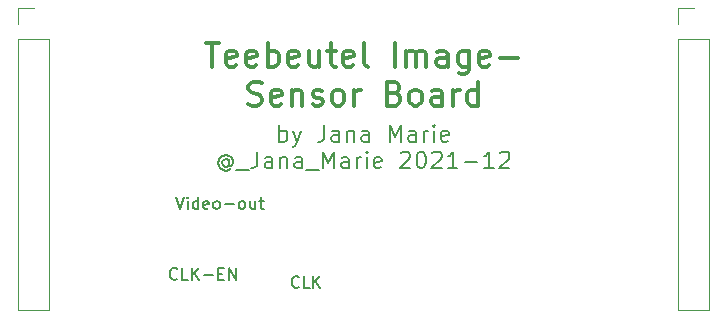
<source format=gto>
G04 #@! TF.GenerationSoftware,KiCad,Pcbnew,5.1.5+dfsg1-2build2*
G04 #@! TF.CreationDate,2021-12-17T15:29:28+01:00*
G04 #@! TF.ProjectId,teebeutel_thermal_addon,74656562-6575-4746-956c-5f746865726d,rev?*
G04 #@! TF.SameCoordinates,Original*
G04 #@! TF.FileFunction,Legend,Top*
G04 #@! TF.FilePolarity,Positive*
%FSLAX46Y46*%
G04 Gerber Fmt 4.6, Leading zero omitted, Abs format (unit mm)*
G04 Created by KiCad (PCBNEW 5.1.5+dfsg1-2build2) date 2021-12-17 15:29:28*
%MOMM*%
%LPD*%
G04 APERTURE LIST*
%ADD10C,0.150000*%
%ADD11C,0.300000*%
%ADD12C,0.120000*%
G04 APERTURE END LIST*
D10*
X92866666Y-89958333D02*
X92866666Y-88558333D01*
X92866666Y-89091666D02*
X93000000Y-89025000D01*
X93266666Y-89025000D01*
X93400000Y-89091666D01*
X93466666Y-89158333D01*
X93533333Y-89291666D01*
X93533333Y-89691666D01*
X93466666Y-89825000D01*
X93400000Y-89891666D01*
X93266666Y-89958333D01*
X93000000Y-89958333D01*
X92866666Y-89891666D01*
X94000000Y-89025000D02*
X94333333Y-89958333D01*
X94666666Y-89025000D02*
X94333333Y-89958333D01*
X94200000Y-90291666D01*
X94133333Y-90358333D01*
X94000000Y-90425000D01*
X96666666Y-88558333D02*
X96666666Y-89558333D01*
X96600000Y-89758333D01*
X96466666Y-89891666D01*
X96266666Y-89958333D01*
X96133333Y-89958333D01*
X97933333Y-89958333D02*
X97933333Y-89225000D01*
X97866666Y-89091666D01*
X97733333Y-89025000D01*
X97466666Y-89025000D01*
X97333333Y-89091666D01*
X97933333Y-89891666D02*
X97800000Y-89958333D01*
X97466666Y-89958333D01*
X97333333Y-89891666D01*
X97266666Y-89758333D01*
X97266666Y-89625000D01*
X97333333Y-89491666D01*
X97466666Y-89425000D01*
X97800000Y-89425000D01*
X97933333Y-89358333D01*
X98600000Y-89025000D02*
X98600000Y-89958333D01*
X98600000Y-89158333D02*
X98666666Y-89091666D01*
X98800000Y-89025000D01*
X99000000Y-89025000D01*
X99133333Y-89091666D01*
X99200000Y-89225000D01*
X99200000Y-89958333D01*
X100466666Y-89958333D02*
X100466666Y-89225000D01*
X100400000Y-89091666D01*
X100266666Y-89025000D01*
X100000000Y-89025000D01*
X99866666Y-89091666D01*
X100466666Y-89891666D02*
X100333333Y-89958333D01*
X100000000Y-89958333D01*
X99866666Y-89891666D01*
X99800000Y-89758333D01*
X99800000Y-89625000D01*
X99866666Y-89491666D01*
X100000000Y-89425000D01*
X100333333Y-89425000D01*
X100466666Y-89358333D01*
X102200000Y-89958333D02*
X102200000Y-88558333D01*
X102666666Y-89558333D01*
X103133333Y-88558333D01*
X103133333Y-89958333D01*
X104400000Y-89958333D02*
X104400000Y-89225000D01*
X104333333Y-89091666D01*
X104200000Y-89025000D01*
X103933333Y-89025000D01*
X103800000Y-89091666D01*
X104400000Y-89891666D02*
X104266666Y-89958333D01*
X103933333Y-89958333D01*
X103800000Y-89891666D01*
X103733333Y-89758333D01*
X103733333Y-89625000D01*
X103800000Y-89491666D01*
X103933333Y-89425000D01*
X104266666Y-89425000D01*
X104400000Y-89358333D01*
X105066666Y-89958333D02*
X105066666Y-89025000D01*
X105066666Y-89291666D02*
X105133333Y-89158333D01*
X105199999Y-89091666D01*
X105333333Y-89025000D01*
X105466666Y-89025000D01*
X105933333Y-89958333D02*
X105933333Y-89025000D01*
X105933333Y-88558333D02*
X105866666Y-88625000D01*
X105933333Y-88691666D01*
X105999999Y-88625000D01*
X105933333Y-88558333D01*
X105933333Y-88691666D01*
X107133333Y-89891666D02*
X106999999Y-89958333D01*
X106733333Y-89958333D01*
X106599999Y-89891666D01*
X106533333Y-89758333D01*
X106533333Y-89225000D01*
X106599999Y-89091666D01*
X106733333Y-89025000D01*
X106999999Y-89025000D01*
X107133333Y-89091666D01*
X107199999Y-89225000D01*
X107199999Y-89358333D01*
X106533333Y-89491666D01*
X88600000Y-91541666D02*
X88533333Y-91475000D01*
X88400000Y-91408333D01*
X88266666Y-91408333D01*
X88133333Y-91475000D01*
X88066666Y-91541666D01*
X88000000Y-91675000D01*
X88000000Y-91808333D01*
X88066666Y-91941666D01*
X88133333Y-92008333D01*
X88266666Y-92075000D01*
X88400000Y-92075000D01*
X88533333Y-92008333D01*
X88600000Y-91941666D01*
X88600000Y-91408333D02*
X88600000Y-91941666D01*
X88666666Y-92008333D01*
X88733333Y-92008333D01*
X88866666Y-91941666D01*
X88933333Y-91808333D01*
X88933333Y-91475000D01*
X88800000Y-91275000D01*
X88600000Y-91141666D01*
X88333333Y-91075000D01*
X88066666Y-91141666D01*
X87866666Y-91275000D01*
X87733333Y-91475000D01*
X87666666Y-91741666D01*
X87733333Y-92008333D01*
X87866666Y-92208333D01*
X88066666Y-92341666D01*
X88333333Y-92408333D01*
X88600000Y-92341666D01*
X88800000Y-92208333D01*
X89200000Y-92341666D02*
X90266666Y-92341666D01*
X91000000Y-90808333D02*
X91000000Y-91808333D01*
X90933333Y-92008333D01*
X90800000Y-92141666D01*
X90600000Y-92208333D01*
X90466666Y-92208333D01*
X92266666Y-92208333D02*
X92266666Y-91475000D01*
X92200000Y-91341666D01*
X92066666Y-91275000D01*
X91800000Y-91275000D01*
X91666666Y-91341666D01*
X92266666Y-92141666D02*
X92133333Y-92208333D01*
X91800000Y-92208333D01*
X91666666Y-92141666D01*
X91600000Y-92008333D01*
X91600000Y-91875000D01*
X91666666Y-91741666D01*
X91800000Y-91675000D01*
X92133333Y-91675000D01*
X92266666Y-91608333D01*
X92933333Y-91275000D02*
X92933333Y-92208333D01*
X92933333Y-91408333D02*
X93000000Y-91341666D01*
X93133333Y-91275000D01*
X93333333Y-91275000D01*
X93466666Y-91341666D01*
X93533333Y-91475000D01*
X93533333Y-92208333D01*
X94800000Y-92208333D02*
X94800000Y-91475000D01*
X94733333Y-91341666D01*
X94600000Y-91275000D01*
X94333333Y-91275000D01*
X94200000Y-91341666D01*
X94800000Y-92141666D02*
X94666666Y-92208333D01*
X94333333Y-92208333D01*
X94200000Y-92141666D01*
X94133333Y-92008333D01*
X94133333Y-91875000D01*
X94200000Y-91741666D01*
X94333333Y-91675000D01*
X94666666Y-91675000D01*
X94800000Y-91608333D01*
X95133333Y-92341666D02*
X96200000Y-92341666D01*
X96533333Y-92208333D02*
X96533333Y-90808333D01*
X97000000Y-91808333D01*
X97466666Y-90808333D01*
X97466666Y-92208333D01*
X98733333Y-92208333D02*
X98733333Y-91475000D01*
X98666666Y-91341666D01*
X98533333Y-91275000D01*
X98266666Y-91275000D01*
X98133333Y-91341666D01*
X98733333Y-92141666D02*
X98600000Y-92208333D01*
X98266666Y-92208333D01*
X98133333Y-92141666D01*
X98066666Y-92008333D01*
X98066666Y-91875000D01*
X98133333Y-91741666D01*
X98266666Y-91675000D01*
X98600000Y-91675000D01*
X98733333Y-91608333D01*
X99400000Y-92208333D02*
X99400000Y-91275000D01*
X99400000Y-91541666D02*
X99466666Y-91408333D01*
X99533333Y-91341666D01*
X99666666Y-91275000D01*
X99800000Y-91275000D01*
X100266666Y-92208333D02*
X100266666Y-91275000D01*
X100266666Y-90808333D02*
X100200000Y-90875000D01*
X100266666Y-90941666D01*
X100333333Y-90875000D01*
X100266666Y-90808333D01*
X100266666Y-90941666D01*
X101466666Y-92141666D02*
X101333333Y-92208333D01*
X101066666Y-92208333D01*
X100933333Y-92141666D01*
X100866666Y-92008333D01*
X100866666Y-91475000D01*
X100933333Y-91341666D01*
X101066666Y-91275000D01*
X101333333Y-91275000D01*
X101466666Y-91341666D01*
X101533333Y-91475000D01*
X101533333Y-91608333D01*
X100866666Y-91741666D01*
X103133333Y-90941666D02*
X103200000Y-90875000D01*
X103333333Y-90808333D01*
X103666666Y-90808333D01*
X103800000Y-90875000D01*
X103866666Y-90941666D01*
X103933333Y-91075000D01*
X103933333Y-91208333D01*
X103866666Y-91408333D01*
X103066666Y-92208333D01*
X103933333Y-92208333D01*
X104800000Y-90808333D02*
X104933333Y-90808333D01*
X105066666Y-90875000D01*
X105133333Y-90941666D01*
X105200000Y-91075000D01*
X105266666Y-91341666D01*
X105266666Y-91675000D01*
X105200000Y-91941666D01*
X105133333Y-92075000D01*
X105066666Y-92141666D01*
X104933333Y-92208333D01*
X104800000Y-92208333D01*
X104666666Y-92141666D01*
X104600000Y-92075000D01*
X104533333Y-91941666D01*
X104466666Y-91675000D01*
X104466666Y-91341666D01*
X104533333Y-91075000D01*
X104600000Y-90941666D01*
X104666666Y-90875000D01*
X104800000Y-90808333D01*
X105800000Y-90941666D02*
X105866666Y-90875000D01*
X106000000Y-90808333D01*
X106333333Y-90808333D01*
X106466666Y-90875000D01*
X106533333Y-90941666D01*
X106600000Y-91075000D01*
X106600000Y-91208333D01*
X106533333Y-91408333D01*
X105733333Y-92208333D01*
X106600000Y-92208333D01*
X107933333Y-92208333D02*
X107133333Y-92208333D01*
X107533333Y-92208333D02*
X107533333Y-90808333D01*
X107400000Y-91008333D01*
X107266666Y-91141666D01*
X107133333Y-91208333D01*
X108533333Y-91675000D02*
X109600000Y-91675000D01*
X111000000Y-92208333D02*
X110200000Y-92208333D01*
X110600000Y-92208333D02*
X110600000Y-90808333D01*
X110466666Y-91008333D01*
X110333333Y-91141666D01*
X110200000Y-91208333D01*
X111533333Y-90941666D02*
X111599999Y-90875000D01*
X111733333Y-90808333D01*
X112066666Y-90808333D01*
X112199999Y-90875000D01*
X112266666Y-90941666D01*
X112333333Y-91075000D01*
X112333333Y-91208333D01*
X112266666Y-91408333D01*
X111466666Y-92208333D01*
X112333333Y-92208333D01*
D11*
X86619047Y-81604761D02*
X87761904Y-81604761D01*
X87190476Y-83604761D02*
X87190476Y-81604761D01*
X89190476Y-83509523D02*
X89000000Y-83604761D01*
X88619047Y-83604761D01*
X88428571Y-83509523D01*
X88333333Y-83319047D01*
X88333333Y-82557142D01*
X88428571Y-82366666D01*
X88619047Y-82271428D01*
X89000000Y-82271428D01*
X89190476Y-82366666D01*
X89285714Y-82557142D01*
X89285714Y-82747619D01*
X88333333Y-82938095D01*
X90904761Y-83509523D02*
X90714285Y-83604761D01*
X90333333Y-83604761D01*
X90142857Y-83509523D01*
X90047619Y-83319047D01*
X90047619Y-82557142D01*
X90142857Y-82366666D01*
X90333333Y-82271428D01*
X90714285Y-82271428D01*
X90904761Y-82366666D01*
X91000000Y-82557142D01*
X91000000Y-82747619D01*
X90047619Y-82938095D01*
X91857142Y-83604761D02*
X91857142Y-81604761D01*
X91857142Y-82366666D02*
X92047619Y-82271428D01*
X92428571Y-82271428D01*
X92619047Y-82366666D01*
X92714285Y-82461904D01*
X92809523Y-82652380D01*
X92809523Y-83223809D01*
X92714285Y-83414285D01*
X92619047Y-83509523D01*
X92428571Y-83604761D01*
X92047619Y-83604761D01*
X91857142Y-83509523D01*
X94428571Y-83509523D02*
X94238095Y-83604761D01*
X93857142Y-83604761D01*
X93666666Y-83509523D01*
X93571428Y-83319047D01*
X93571428Y-82557142D01*
X93666666Y-82366666D01*
X93857142Y-82271428D01*
X94238095Y-82271428D01*
X94428571Y-82366666D01*
X94523809Y-82557142D01*
X94523809Y-82747619D01*
X93571428Y-82938095D01*
X96238095Y-82271428D02*
X96238095Y-83604761D01*
X95380952Y-82271428D02*
X95380952Y-83319047D01*
X95476190Y-83509523D01*
X95666666Y-83604761D01*
X95952380Y-83604761D01*
X96142857Y-83509523D01*
X96238095Y-83414285D01*
X96904761Y-82271428D02*
X97666666Y-82271428D01*
X97190476Y-81604761D02*
X97190476Y-83319047D01*
X97285714Y-83509523D01*
X97476190Y-83604761D01*
X97666666Y-83604761D01*
X99095238Y-83509523D02*
X98904761Y-83604761D01*
X98523809Y-83604761D01*
X98333333Y-83509523D01*
X98238095Y-83319047D01*
X98238095Y-82557142D01*
X98333333Y-82366666D01*
X98523809Y-82271428D01*
X98904761Y-82271428D01*
X99095238Y-82366666D01*
X99190476Y-82557142D01*
X99190476Y-82747619D01*
X98238095Y-82938095D01*
X100333333Y-83604761D02*
X100142857Y-83509523D01*
X100047619Y-83319047D01*
X100047619Y-81604761D01*
X102619047Y-83604761D02*
X102619047Y-81604761D01*
X103571428Y-83604761D02*
X103571428Y-82271428D01*
X103571428Y-82461904D02*
X103666666Y-82366666D01*
X103857142Y-82271428D01*
X104142857Y-82271428D01*
X104333333Y-82366666D01*
X104428571Y-82557142D01*
X104428571Y-83604761D01*
X104428571Y-82557142D02*
X104523809Y-82366666D01*
X104714285Y-82271428D01*
X105000000Y-82271428D01*
X105190476Y-82366666D01*
X105285714Y-82557142D01*
X105285714Y-83604761D01*
X107095238Y-83604761D02*
X107095238Y-82557142D01*
X107000000Y-82366666D01*
X106809523Y-82271428D01*
X106428571Y-82271428D01*
X106238095Y-82366666D01*
X107095238Y-83509523D02*
X106904761Y-83604761D01*
X106428571Y-83604761D01*
X106238095Y-83509523D01*
X106142857Y-83319047D01*
X106142857Y-83128571D01*
X106238095Y-82938095D01*
X106428571Y-82842857D01*
X106904761Y-82842857D01*
X107095238Y-82747619D01*
X108904761Y-82271428D02*
X108904761Y-83890476D01*
X108809523Y-84080952D01*
X108714285Y-84176190D01*
X108523809Y-84271428D01*
X108238095Y-84271428D01*
X108047619Y-84176190D01*
X108904761Y-83509523D02*
X108714285Y-83604761D01*
X108333333Y-83604761D01*
X108142857Y-83509523D01*
X108047619Y-83414285D01*
X107952380Y-83223809D01*
X107952380Y-82652380D01*
X108047619Y-82461904D01*
X108142857Y-82366666D01*
X108333333Y-82271428D01*
X108714285Y-82271428D01*
X108904761Y-82366666D01*
X110619047Y-83509523D02*
X110428571Y-83604761D01*
X110047619Y-83604761D01*
X109857142Y-83509523D01*
X109761904Y-83319047D01*
X109761904Y-82557142D01*
X109857142Y-82366666D01*
X110047619Y-82271428D01*
X110428571Y-82271428D01*
X110619047Y-82366666D01*
X110714285Y-82557142D01*
X110714285Y-82747619D01*
X109761904Y-82938095D01*
X111571428Y-82842857D02*
X113095238Y-82842857D01*
X90238095Y-86809523D02*
X90523809Y-86904761D01*
X91000000Y-86904761D01*
X91190476Y-86809523D01*
X91285714Y-86714285D01*
X91380952Y-86523809D01*
X91380952Y-86333333D01*
X91285714Y-86142857D01*
X91190476Y-86047619D01*
X91000000Y-85952380D01*
X90619047Y-85857142D01*
X90428571Y-85761904D01*
X90333333Y-85666666D01*
X90238095Y-85476190D01*
X90238095Y-85285714D01*
X90333333Y-85095238D01*
X90428571Y-85000000D01*
X90619047Y-84904761D01*
X91095238Y-84904761D01*
X91380952Y-85000000D01*
X93000000Y-86809523D02*
X92809523Y-86904761D01*
X92428571Y-86904761D01*
X92238095Y-86809523D01*
X92142857Y-86619047D01*
X92142857Y-85857142D01*
X92238095Y-85666666D01*
X92428571Y-85571428D01*
X92809523Y-85571428D01*
X93000000Y-85666666D01*
X93095238Y-85857142D01*
X93095238Y-86047619D01*
X92142857Y-86238095D01*
X93952380Y-85571428D02*
X93952380Y-86904761D01*
X93952380Y-85761904D02*
X94047619Y-85666666D01*
X94238095Y-85571428D01*
X94523809Y-85571428D01*
X94714285Y-85666666D01*
X94809523Y-85857142D01*
X94809523Y-86904761D01*
X95666666Y-86809523D02*
X95857142Y-86904761D01*
X96238095Y-86904761D01*
X96428571Y-86809523D01*
X96523809Y-86619047D01*
X96523809Y-86523809D01*
X96428571Y-86333333D01*
X96238095Y-86238095D01*
X95952380Y-86238095D01*
X95761904Y-86142857D01*
X95666666Y-85952380D01*
X95666666Y-85857142D01*
X95761904Y-85666666D01*
X95952380Y-85571428D01*
X96238095Y-85571428D01*
X96428571Y-85666666D01*
X97666666Y-86904761D02*
X97476190Y-86809523D01*
X97380952Y-86714285D01*
X97285714Y-86523809D01*
X97285714Y-85952380D01*
X97380952Y-85761904D01*
X97476190Y-85666666D01*
X97666666Y-85571428D01*
X97952380Y-85571428D01*
X98142857Y-85666666D01*
X98238095Y-85761904D01*
X98333333Y-85952380D01*
X98333333Y-86523809D01*
X98238095Y-86714285D01*
X98142857Y-86809523D01*
X97952380Y-86904761D01*
X97666666Y-86904761D01*
X99190476Y-86904761D02*
X99190476Y-85571428D01*
X99190476Y-85952380D02*
X99285714Y-85761904D01*
X99380952Y-85666666D01*
X99571428Y-85571428D01*
X99761904Y-85571428D01*
X102619047Y-85857142D02*
X102904761Y-85952380D01*
X103000000Y-86047619D01*
X103095238Y-86238095D01*
X103095238Y-86523809D01*
X103000000Y-86714285D01*
X102904761Y-86809523D01*
X102714285Y-86904761D01*
X101952380Y-86904761D01*
X101952380Y-84904761D01*
X102619047Y-84904761D01*
X102809523Y-85000000D01*
X102904761Y-85095238D01*
X103000000Y-85285714D01*
X103000000Y-85476190D01*
X102904761Y-85666666D01*
X102809523Y-85761904D01*
X102619047Y-85857142D01*
X101952380Y-85857142D01*
X104238095Y-86904761D02*
X104047619Y-86809523D01*
X103952380Y-86714285D01*
X103857142Y-86523809D01*
X103857142Y-85952380D01*
X103952380Y-85761904D01*
X104047619Y-85666666D01*
X104238095Y-85571428D01*
X104523809Y-85571428D01*
X104714285Y-85666666D01*
X104809523Y-85761904D01*
X104904761Y-85952380D01*
X104904761Y-86523809D01*
X104809523Y-86714285D01*
X104714285Y-86809523D01*
X104523809Y-86904761D01*
X104238095Y-86904761D01*
X106619047Y-86904761D02*
X106619047Y-85857142D01*
X106523809Y-85666666D01*
X106333333Y-85571428D01*
X105952380Y-85571428D01*
X105761904Y-85666666D01*
X106619047Y-86809523D02*
X106428571Y-86904761D01*
X105952380Y-86904761D01*
X105761904Y-86809523D01*
X105666666Y-86619047D01*
X105666666Y-86428571D01*
X105761904Y-86238095D01*
X105952380Y-86142857D01*
X106428571Y-86142857D01*
X106619047Y-86047619D01*
X107571428Y-86904761D02*
X107571428Y-85571428D01*
X107571428Y-85952380D02*
X107666666Y-85761904D01*
X107761904Y-85666666D01*
X107952380Y-85571428D01*
X108142857Y-85571428D01*
X109666666Y-86904761D02*
X109666666Y-84904761D01*
X109666666Y-86809523D02*
X109476190Y-86904761D01*
X109095238Y-86904761D01*
X108904761Y-86809523D01*
X108809523Y-86714285D01*
X108714285Y-86523809D01*
X108714285Y-85952380D01*
X108809523Y-85761904D01*
X108904761Y-85666666D01*
X109095238Y-85571428D01*
X109476190Y-85571428D01*
X109666666Y-85666666D01*
D10*
X94504761Y-102257142D02*
X94457142Y-102304761D01*
X94314285Y-102352380D01*
X94219047Y-102352380D01*
X94076190Y-102304761D01*
X93980952Y-102209523D01*
X93933333Y-102114285D01*
X93885714Y-101923809D01*
X93885714Y-101780952D01*
X93933333Y-101590476D01*
X93980952Y-101495238D01*
X94076190Y-101400000D01*
X94219047Y-101352380D01*
X94314285Y-101352380D01*
X94457142Y-101400000D01*
X94504761Y-101447619D01*
X95409523Y-102352380D02*
X94933333Y-102352380D01*
X94933333Y-101352380D01*
X95742857Y-102352380D02*
X95742857Y-101352380D01*
X96314285Y-102352380D02*
X95885714Y-101780952D01*
X96314285Y-101352380D02*
X95742857Y-101923809D01*
X84209523Y-101557142D02*
X84161904Y-101604761D01*
X84019047Y-101652380D01*
X83923809Y-101652380D01*
X83780952Y-101604761D01*
X83685714Y-101509523D01*
X83638095Y-101414285D01*
X83590476Y-101223809D01*
X83590476Y-101080952D01*
X83638095Y-100890476D01*
X83685714Y-100795238D01*
X83780952Y-100700000D01*
X83923809Y-100652380D01*
X84019047Y-100652380D01*
X84161904Y-100700000D01*
X84209523Y-100747619D01*
X85114285Y-101652380D02*
X84638095Y-101652380D01*
X84638095Y-100652380D01*
X85447619Y-101652380D02*
X85447619Y-100652380D01*
X86019047Y-101652380D02*
X85590476Y-101080952D01*
X86019047Y-100652380D02*
X85447619Y-101223809D01*
X86447619Y-101271428D02*
X87209523Y-101271428D01*
X87685714Y-101128571D02*
X88019047Y-101128571D01*
X88161904Y-101652380D02*
X87685714Y-101652380D01*
X87685714Y-100652380D01*
X88161904Y-100652380D01*
X88590476Y-101652380D02*
X88590476Y-100652380D01*
X89161904Y-101652380D01*
X89161904Y-100652380D01*
X84085714Y-94652380D02*
X84419047Y-95652380D01*
X84752380Y-94652380D01*
X85085714Y-95652380D02*
X85085714Y-94985714D01*
X85085714Y-94652380D02*
X85038095Y-94700000D01*
X85085714Y-94747619D01*
X85133333Y-94700000D01*
X85085714Y-94652380D01*
X85085714Y-94747619D01*
X85990476Y-95652380D02*
X85990476Y-94652380D01*
X85990476Y-95604761D02*
X85895238Y-95652380D01*
X85704761Y-95652380D01*
X85609523Y-95604761D01*
X85561904Y-95557142D01*
X85514285Y-95461904D01*
X85514285Y-95176190D01*
X85561904Y-95080952D01*
X85609523Y-95033333D01*
X85704761Y-94985714D01*
X85895238Y-94985714D01*
X85990476Y-95033333D01*
X86847619Y-95604761D02*
X86752380Y-95652380D01*
X86561904Y-95652380D01*
X86466666Y-95604761D01*
X86419047Y-95509523D01*
X86419047Y-95128571D01*
X86466666Y-95033333D01*
X86561904Y-94985714D01*
X86752380Y-94985714D01*
X86847619Y-95033333D01*
X86895238Y-95128571D01*
X86895238Y-95223809D01*
X86419047Y-95319047D01*
X87466666Y-95652380D02*
X87371428Y-95604761D01*
X87323809Y-95557142D01*
X87276190Y-95461904D01*
X87276190Y-95176190D01*
X87323809Y-95080952D01*
X87371428Y-95033333D01*
X87466666Y-94985714D01*
X87609523Y-94985714D01*
X87704761Y-95033333D01*
X87752380Y-95080952D01*
X87800000Y-95176190D01*
X87800000Y-95461904D01*
X87752380Y-95557142D01*
X87704761Y-95604761D01*
X87609523Y-95652380D01*
X87466666Y-95652380D01*
X88228571Y-95271428D02*
X88990476Y-95271428D01*
X89609523Y-95652380D02*
X89514285Y-95604761D01*
X89466666Y-95557142D01*
X89419047Y-95461904D01*
X89419047Y-95176190D01*
X89466666Y-95080952D01*
X89514285Y-95033333D01*
X89609523Y-94985714D01*
X89752380Y-94985714D01*
X89847619Y-95033333D01*
X89895238Y-95080952D01*
X89942857Y-95176190D01*
X89942857Y-95461904D01*
X89895238Y-95557142D01*
X89847619Y-95604761D01*
X89752380Y-95652380D01*
X89609523Y-95652380D01*
X90800000Y-94985714D02*
X90800000Y-95652380D01*
X90371428Y-94985714D02*
X90371428Y-95509523D01*
X90419047Y-95604761D01*
X90514285Y-95652380D01*
X90657142Y-95652380D01*
X90752380Y-95604761D01*
X90800000Y-95557142D01*
X91133333Y-94985714D02*
X91514285Y-94985714D01*
X91276190Y-94652380D02*
X91276190Y-95509523D01*
X91323809Y-95604761D01*
X91419047Y-95652380D01*
X91514285Y-95652380D01*
D12*
X126610000Y-78670000D02*
X127940000Y-78670000D01*
X126610000Y-80000000D02*
X126610000Y-78670000D01*
X126610000Y-81270000D02*
X129270000Y-81270000D01*
X129270000Y-81270000D02*
X129270000Y-104190000D01*
X126610000Y-81270000D02*
X126610000Y-104190000D01*
X126610000Y-104190000D02*
X129270000Y-104190000D01*
X70730000Y-78670000D02*
X72060000Y-78670000D01*
X70730000Y-80000000D02*
X70730000Y-78670000D01*
X70730000Y-81270000D02*
X73390000Y-81270000D01*
X73390000Y-81270000D02*
X73390000Y-104190000D01*
X70730000Y-81270000D02*
X70730000Y-104190000D01*
X70730000Y-104190000D02*
X73390000Y-104190000D01*
M02*

</source>
